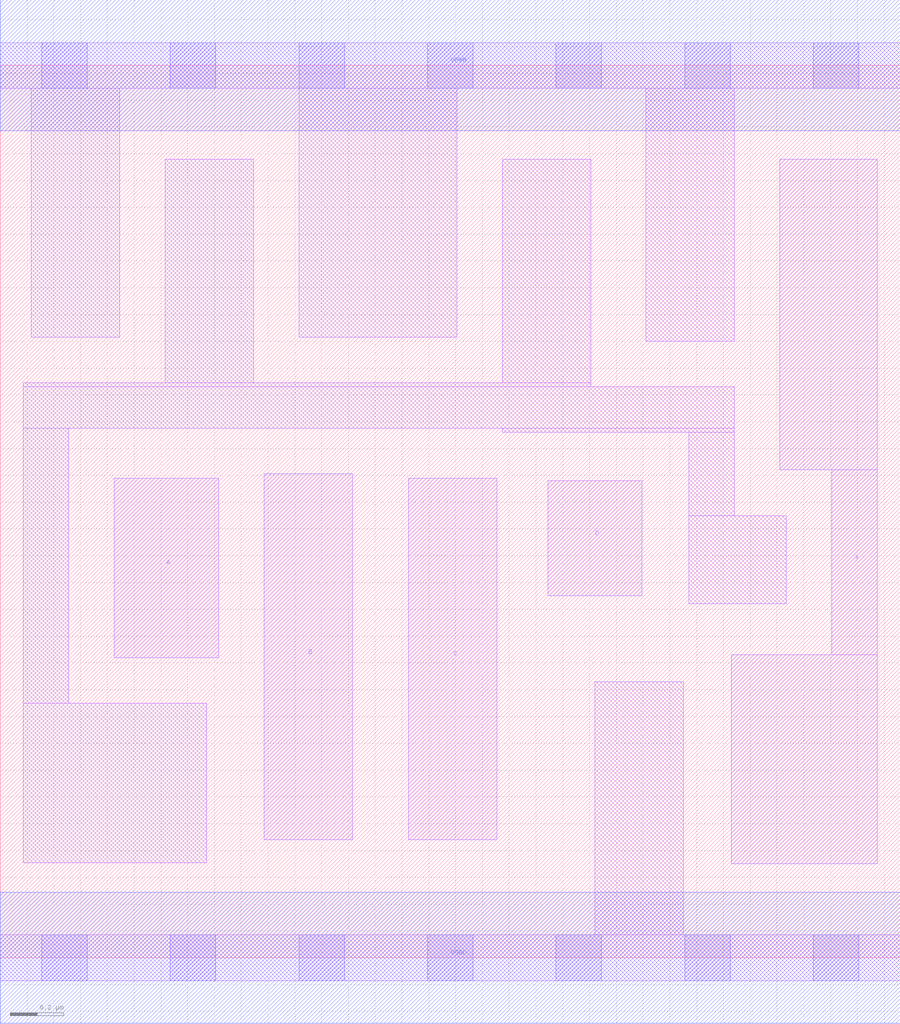
<source format=lef>
# Copyright 2020 The SkyWater PDK Authors
#
# Licensed under the Apache License, Version 2.0 (the "License");
# you may not use this file except in compliance with the License.
# You may obtain a copy of the License at
#
#     https://www.apache.org/licenses/LICENSE-2.0
#
# Unless required by applicable law or agreed to in writing, software
# distributed under the License is distributed on an "AS IS" BASIS,
# WITHOUT WARRANTIES OR CONDITIONS OF ANY KIND, either express or implied.
# See the License for the specific language governing permissions and
# limitations under the License.
#
# SPDX-License-Identifier: Apache-2.0

VERSION 5.5 ;
NAMESCASESENSITIVE ON ;
BUSBITCHARS "[]" ;
DIVIDERCHAR "/" ;
MACRO sky130_fd_sc_ls__and4_1
  CLASS CORE ;
  SOURCE USER ;
  ORIGIN  0.000000  0.000000 ;
  SIZE  3.360000 BY  3.330000 ;
  SYMMETRY X Y ;
  SITE unit ;
  PIN A
    ANTENNAGATEAREA  0.222000 ;
    DIRECTION INPUT ;
    USE SIGNAL ;
    PORT
      LAYER li1 ;
        RECT 0.425000 1.120000 0.815000 1.790000 ;
    END
  END A
  PIN B
    ANTENNAGATEAREA  0.222000 ;
    DIRECTION INPUT ;
    USE SIGNAL ;
    PORT
      LAYER li1 ;
        RECT 0.985000 0.440000 1.315000 1.805000 ;
    END
  END B
  PIN C
    ANTENNAGATEAREA  0.222000 ;
    DIRECTION INPUT ;
    USE SIGNAL ;
    PORT
      LAYER li1 ;
        RECT 1.525000 0.440000 1.855000 1.790000 ;
    END
  END C
  PIN D
    ANTENNAGATEAREA  0.222000 ;
    DIRECTION INPUT ;
    USE SIGNAL ;
    PORT
      LAYER li1 ;
        RECT 2.045000 1.350000 2.395000 1.780000 ;
    END
  END D
  PIN X
    ANTENNADIFFAREA  0.541300 ;
    DIRECTION OUTPUT ;
    USE SIGNAL ;
    PORT
      LAYER li1 ;
        RECT 2.730000 0.350000 3.275000 1.130000 ;
        RECT 2.910000 1.820000 3.275000 2.980000 ;
        RECT 3.105000 1.130000 3.275000 1.820000 ;
    END
  END X
  PIN VGND
    DIRECTION INOUT ;
    SHAPE ABUTMENT ;
    USE GROUND ;
    PORT
      LAYER met1 ;
        RECT 0.000000 -0.245000 3.360000 0.245000 ;
    END
  END VGND
  PIN VPWR
    DIRECTION INOUT ;
    SHAPE ABUTMENT ;
    USE POWER ;
    PORT
      LAYER met1 ;
        RECT 0.000000 3.085000 3.360000 3.575000 ;
    END
  END VPWR
  OBS
    LAYER li1 ;
      RECT 0.000000 -0.085000 3.360000 0.085000 ;
      RECT 0.000000  3.245000 3.360000 3.415000 ;
      RECT 0.085000  0.355000 0.770000 0.950000 ;
      RECT 0.085000  0.950000 0.255000 1.975000 ;
      RECT 0.085000  1.975000 2.740000 2.130000 ;
      RECT 0.085000  2.130000 2.205000 2.145000 ;
      RECT 0.115000  2.315000 0.445000 3.245000 ;
      RECT 0.615000  2.145000 0.945000 2.980000 ;
      RECT 1.115000  2.315000 1.705000 3.245000 ;
      RECT 1.875000  1.960000 2.740000 1.975000 ;
      RECT 1.875000  2.145000 2.205000 2.980000 ;
      RECT 2.220000  0.085000 2.550000 1.030000 ;
      RECT 2.410000  2.300000 2.740000 3.245000 ;
      RECT 2.570000  1.320000 2.935000 1.650000 ;
      RECT 2.570000  1.650000 2.740000 1.960000 ;
    LAYER mcon ;
      RECT 0.155000 -0.085000 0.325000 0.085000 ;
      RECT 0.155000  3.245000 0.325000 3.415000 ;
      RECT 0.635000 -0.085000 0.805000 0.085000 ;
      RECT 0.635000  3.245000 0.805000 3.415000 ;
      RECT 1.115000 -0.085000 1.285000 0.085000 ;
      RECT 1.115000  3.245000 1.285000 3.415000 ;
      RECT 1.595000 -0.085000 1.765000 0.085000 ;
      RECT 1.595000  3.245000 1.765000 3.415000 ;
      RECT 2.075000 -0.085000 2.245000 0.085000 ;
      RECT 2.075000  3.245000 2.245000 3.415000 ;
      RECT 2.555000 -0.085000 2.725000 0.085000 ;
      RECT 2.555000  3.245000 2.725000 3.415000 ;
      RECT 3.035000 -0.085000 3.205000 0.085000 ;
      RECT 3.035000  3.245000 3.205000 3.415000 ;
  END
END sky130_fd_sc_ls__and4_1

</source>
